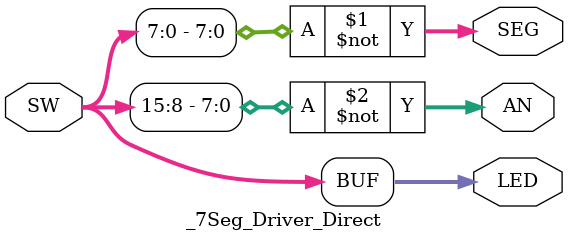
<source format=v>
`timescale 1ns / 1ps

module _7Seg_Driver_Direct(SW, SEG, AN, LED);
    input [15:0] SW; // 16 Î»²¦¶¯¿ª¹Ø    
    output [7:0] SEG; // 7 ¶ÎÊýÂë¹ÜÇý¶¯£¬µÍµçÆ½ÓÐÐ§
    output [7:0] AN; // 7 ¶ÎÊýÂë¹ÜÆ¬Ñ¡ÐÅºÅ£¬µÍµçÆ½ÓÐÐ§
    output [15:0] LED; // 16 Î» LED ÏÔÊ¾£¬¸ßµçÆ½ÓÐÐ§
    //    ÓÃ SW[7:0]Ö±½ÓÇý¶¯ 7 ¶ÎÊýÂë¹ÜµÄ CA-CG¡¢ DP ÏÔÊ¾µ¥Ôª¡£
    //    ÓÃ SW[15:8]Ñ¡Ôñ±»Çý¶¯µÄ 7 ¶ÎÊýÂë¹Ü¡£
    //    ÓÃ LED[15:0]ÏÔÊ¾ SW µÄ×´Ì¬¡£
    
    assign LED=SW;
    assign SEG[7:0]=~SW[7:0];
    assign AN=~SW[15:8];
endmodule

/*
module _7Seg_Driver_Direct(SW, CA, CB, CC, CD, CE, CF, CG, DP, AN, LED);
    input [15:0] SW; // 16 Î»²¦¶¯¿ª¹Ø    
    output CA, CB, CC, CD, CE, CF, CG, DP; // 7 ¶ÎÊýÂë¹ÜÇý¶¯£¬µÍµçÆ½ÓÐÐ§
    output [7:0] AN; // 7 ¶ÎÊýÂë¹ÜÆ¬Ñ¡ÐÅºÅ£¬µÍµçÆ½ÓÐÐ§
    output [15:0] LED; // 16 Î» LED ÏÔÊ¾£¬¸ßµçÆ½ÓÐÐ§
    //    ÓÃ SW[7:0]Ö±½ÓÇý¶¯ 7 ¶ÎÊýÂë¹ÜµÄ CA-CG¡¢ DP ÏÔÊ¾µ¥Ôª¡£
    //    ÓÃ SW[15:8]Ñ¡Ôñ±»Çý¶¯µÄ 7 ¶ÎÊýÂë¹Ü¡£
    //    ÓÃ LED[15:0]ÏÔÊ¾ SW µÄ×´Ì¬¡£
    
    assign LED=SW;
    assign {DP, CG, CF, CE, CD, CC, CB, CA}=~SW[7:0];
    assign AN=~SW[15:8];
endmodule
*/

</source>
